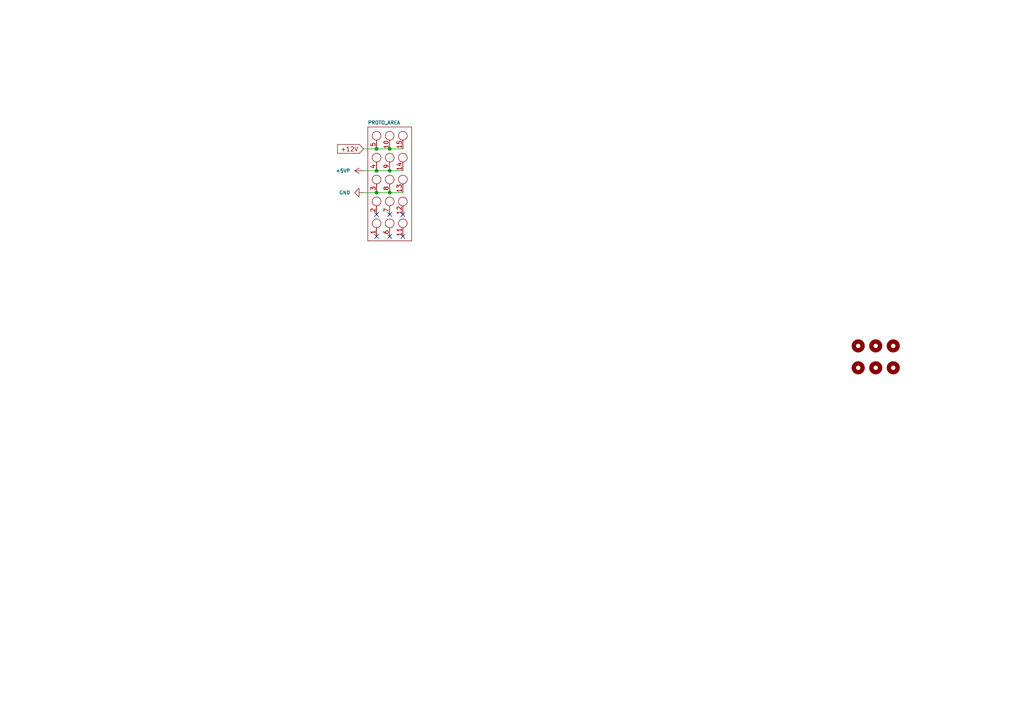
<source format=kicad_sch>
(kicad_sch (version 20231120) (generator "eeschema") (generator_version "8.0")
  (paper "A4")
  (lib_symbols
    (symbol "Mechanical:MountingHole" (pin_names (offset 1.016))
      (property "Reference" "H" (at 0 5.08 0))
      (property "Value" "MountingHole" (at 0 3.175 0))
      (symbol "MountingHole_0_1"
        (circle (center 0 0) (radius 1.27) (stroke (width 1.27)))
      )
    )
    (symbol "misc:PROTO_AREA" (pin_names (offset 1.016))
      (property "Value" "PROTO_AREA" (at 25.4 3.81 0))
      (symbol "PROTO_AREA_0_0"
        (text "" (at 35.56 6.35 0) (effects (font (size 1.27 1.27))))
      )
      (symbol "PROTO_AREA_0_1"
        (rectangle (start 0 2.54) (end 33.02 -10.16) (stroke (width 0.1524)))
        (circle (center 5.08 -7.62) (radius 1.27) (stroke (width 0.1524)))
        (circle (center 5.08 -3.81) (radius 1.27) (stroke (width 0.1524)))
        (circle (center 5.08 0) (radius 1.27) (stroke (width 0.1524)))
        (circle (center 11.43 -7.62) (radius 1.27) (stroke (width 0.1524)))
        (circle (center 11.43 -3.81) (radius 1.27) (stroke (width 0.1524)))
        (circle (center 11.43 0) (radius 1.27) (stroke (width 0.1524)))
        (circle (center 17.78 -7.62) (radius 1.27) (stroke (width 0.1524)))
        (circle (center 17.78 -3.81) (radius 1.27) (stroke (width 0.1524)))
        (circle (center 17.78 0) (radius 1.27) (stroke (width 0.1524)))
        (circle (center 24.13 -7.62) (radius 1.27) (stroke (width 0.1524)))
        (circle (center 24.13 -3.81) (radius 1.27) (stroke (width 0.1524)))
        (circle (center 24.13 0) (radius 1.27) (stroke (width 0.1524)))
        (circle (center 30.48 -7.62) (radius 1.27) (stroke (width 0.1524)))
        (circle (center 30.48 -3.81) (radius 1.27) (stroke (width 0.1524)))
        (circle (center 30.48 0) (radius 1.27) (stroke (width 0.1524)))
      )
      (symbol "PROTO_AREA_1_1"
        (pin passive line (at 1.27 0 0) (length 2.54) (name "") (number "1"))
        (pin passive line (at 26.67 -3.81 0) (length 2.54) (name "") (number "10"))
        (pin passive line (at 1.27 -7.62 0) (length 2.54) (name "") (number "11"))
        (pin passive line (at 7.62 -7.62 0) (length 2.54) (name "") (number "12"))
        (pin passive line (at 13.97 -7.62 0) (length 2.54) (name "") (number "13"))
        (pin passive line (at 20.32 -7.62 0) (length 2.54) (name "") (number "14"))
        (pin passive line (at 26.67 -7.62 0) (length 2.54) (name "") (number "15"))
        (pin passive line (at 7.62 0 0) (length 2.54) (name "") (number "2"))
        (pin passive line (at 13.97 0 0) (length 2.54) (name "") (number "3"))
        (pin passive line (at 20.32 0 0) (length 2.54) (name "") (number "4"))
        (pin passive line (at 26.67 0 0) (length 2.54) (name "") (number "5"))
        (pin passive line (at 1.27 -3.81 0) (length 2.54) (name "") (number "6"))
        (pin passive line (at 7.62 -3.81 0) (length 2.54) (name "") (number "7"))
        (pin passive line (at 13.97 -3.81 0) (length 2.54) (name "") (number "8"))
        (pin passive line (at 20.32 -3.81 0) (length 2.54) (name "") (number "9"))
      )
    )
    (symbol "power:+5VP" (power) (pin_names (offset 0))
      (property "Value" "+5VP" (at 0 3.556 0))
      (symbol "+5VP_0_1"
        (polyline (pts (xy -0.762 1.27) (xy 0 2.54)))
        (polyline (pts (xy 0 0) (xy 0 2.54)))
        (polyline (pts (xy 0 2.54) (xy 0.762 1.27)))
      )
      (symbol "+5VP_1_1"
        (pin power_in line (at 0 0 90) (length 0) hide (name "+5VP") (number "1"))
      )
    )
    (symbol "power:GND" (power) (pin_names (offset 0))
      (property "Value" "GND" (at 0 -3.81 0))
      (symbol "GND_0_1"
        (polyline (pts (xy 0 0) (xy 0 -1.27) (xy 1.27 -1.27) (xy 0 -2.54) (xy -1.27 -1.27) (xy 0 -1.27)))
      )
      (symbol "GND_1_1"
        (pin power_in line (at 0 0 270) (length 0) hide (name "GND") (number "1"))
      )
    )
  )
  (junction (at 113.03 49.53))
  (junction (at 109.22 55.88))
  (junction (at 109.22 49.53))
  (junction (at 109.22 43.18))
  (junction (at 113.03 43.18))
  (junction (at 113.03 55.88))
  (no_connect (at 116.84 62.23))
  (no_connect (at 109.22 68.58))
  (no_connect (at 113.03 62.23))
  (no_connect (at 109.22 62.23))
  (no_connect (at 113.03 68.58))
  (no_connect (at 116.84 68.58))
  (wire (pts (xy 105.41 55.88) (xy 109.22 55.88)))
  (wire (pts (xy 105.41 43.18) (xy 109.22 43.18)))
  (wire (pts (xy 113.03 55.88) (xy 116.84 55.88)))
  (wire (pts (xy 109.22 43.18) (xy 113.03 43.18)))
  (wire (pts (xy 113.03 43.18) (xy 116.84 43.18)))
  (wire (pts (xy 105.41 49.53) (xy 109.22 49.53)))
  (wire (pts (xy 109.22 49.53) (xy 113.03 49.53)))
  (wire (pts (xy 113.03 49.53) (xy 116.84 49.53)))
  (wire (pts (xy 109.22 55.88) (xy 113.03 55.88)))
  (global_label "+12V" (shape input) (at 105.41 43.18 180) (property "Intersheetrefs" "${INTERSHEET_REFS}" (effects (hide yes))))
  (symbol (lib_id "Mechanical:MountingHole") (at 259.08 106.68 0) (unit 1) (in_bom no)
    (property "Reference" "H6" (effects (hide yes)))
    (property "Value" "MountingHole" (effects (hide yes)))
    (property "Footprint" "MountingHole:MountingHole_4.5mm" (effects (hide yes)))
    (property "Rot" "0" (effects (hide yes)))
  )
  (symbol (lib_id "Mechanical:MountingHole") (at 254 100.33 0) (unit 1) (in_bom no)
    (property "Reference" "H3" (effects (hide yes)))
    (property "Value" "MountingHole" (effects (hide yes)))
    (property "Footprint" "MountingHole:MountingHole_4.5mm" (effects (hide yes)))
    (property "Rot" "0" (effects (hide yes)))
  )
  (symbol (lib_id "Mechanical:MountingHole") (at 248.92 100.33 0) (unit 1) (in_bom no)
    (property "Reference" "H1" (effects (hide yes)))
    (property "Value" "MountingHole" (effects (hide yes)))
    (property "Footprint" "MountingHole:MountingHole_4.5mm" (effects (hide yes)))
    (property "Rot" "0" (effects (hide yes)))
  )
  (symbol (lib_id "power:GND") (at 105.41 55.88 270) (unit 1)
    (property "Reference" "#PWR011" (effects (hide yes)))
    (property "Value" "GND" (at 101.6 55.88 90) (effects (font (size 1 1)) (justify right)))
  )
  (symbol (lib_id "Mechanical:MountingHole") (at 254 106.68 0) (unit 1) (in_bom no)
    (property "Reference" "H4" (effects (hide yes)))
    (property "Value" "MountingHole" (effects (hide yes)))
    (property "Footprint" "MountingHole:MountingHole_4.5mm" (effects (hide yes)))
    (property "Rot" "0" (effects (hide yes)))
  )
  (symbol (lib_id "misc:PROTO_AREA") (at 109.22 69.85 90) (unit 1) (in_bom no)
    (property "Reference" "G1" (effects (hide yes)))
    (property "Value" "PROTO_AREA" (at 106.68 35.56 90) (effects (font (size 1 1)) (justify right)))
    (property "Footprint" "kicad6-libraries:PROTO_AREA" (effects (hide yes)))
    (property "Rot" "0" (effects (hide yes)))
  )
  (symbol (lib_id "Mechanical:MountingHole") (at 248.92 106.68 0) (unit 1) (in_bom no)
    (property "Reference" "H2" (effects (hide yes)))
    (property "Value" "MountingHole" (effects (hide yes)))
    (property "Footprint" "MountingHole:MountingHole_4.5mm" (effects (hide yes)))
    (property "Rot" "0" (effects (hide yes)))
  )
  (symbol (lib_id "Mechanical:MountingHole") (at 259.08 100.33 0) (unit 1) (in_bom no)
    (property "Reference" "H5" (effects (hide yes)))
    (property "Value" "MountingHole" (effects (hide yes)))
    (property "Footprint" "MountingHole:MountingHole_4.5mm" (effects (hide yes)))
    (property "Rot" "0" (effects (hide yes)))
  )
  (symbol (lib_id "power:+5VP") (at 105.41 49.53 90) (unit 1)
    (property "Reference" "#PWR010" (effects (hide yes)))
    (property "Value" "+5VP" (at 101.6 49.53 90) (effects (font (size 1 1)) (justify left)))
  )
)
</source>
